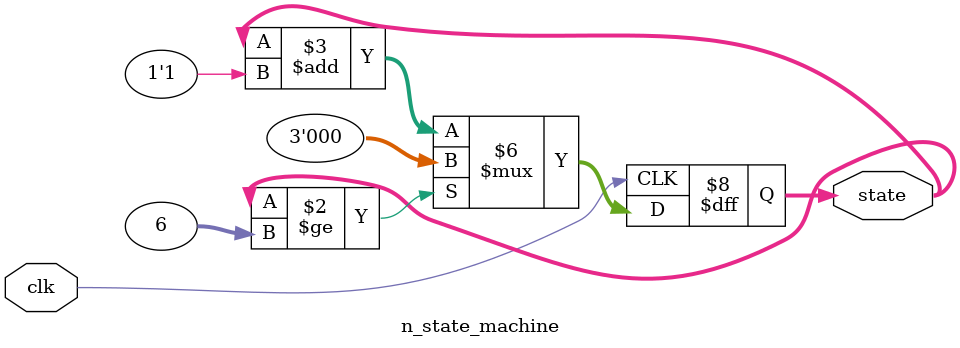
<source format=v>

module slow_clock_pulse
	(	clk,
		debounce_pulse, //single bit output
		fast_pulse, //single bit output
		medium_pulse, //single bit output
		slow_pulse //single bit output
		);

  input clk;
  output reg debounce_pulse, fast_pulse, medium_pulse, slow_pulse;

	reg [22:0] count = 22'b0;

	always@(*)begin
		debounce_pulse <= count[7];
		fast_pulse <= count[19];
		medium_pulse <= count[21];
		slow_pulse <= count[22];
	end

	always@(posedge clk)
	begin
		count <= count + 1'b1;
	end
 endmodule

//cycles through up-to-8 states, starting with state_0
 module n_state_machine
	#(parameter STATES=7
	)(	clk,
		state //3 bit vector
		);

	input clk;
	output reg [2:0] state = 3'b00;

 	always@(posedge clk) //state changes on button press
 		begin
			if (state >= STATES-1) state <=0;
			else state <= state + 1'b1;
 		end
		
endmodule
</source>
